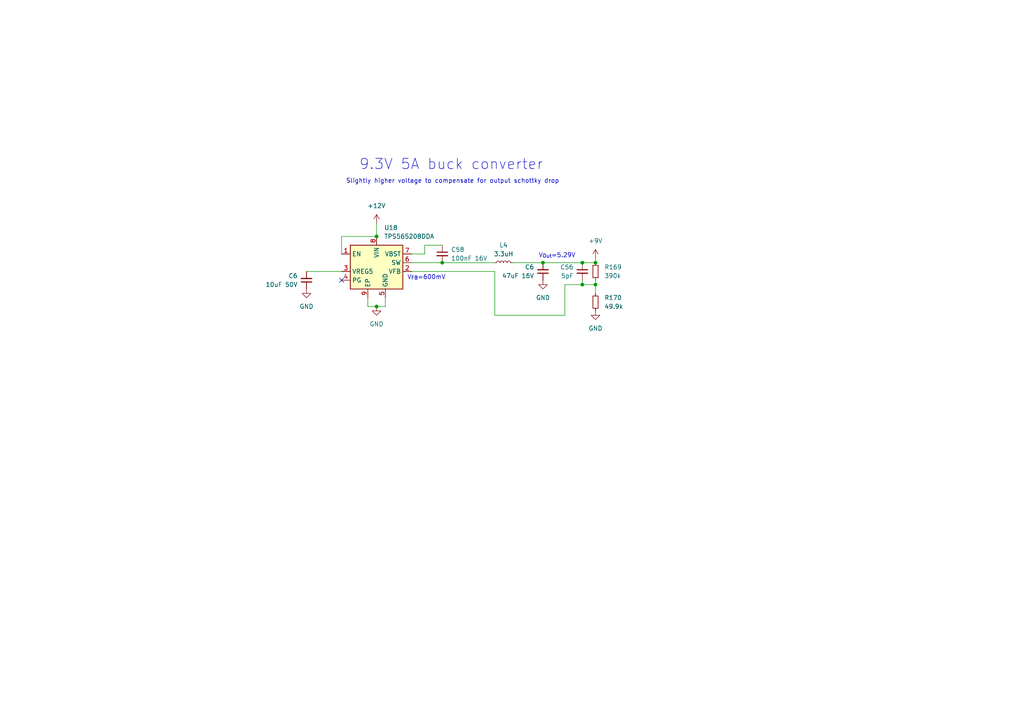
<source format=kicad_sch>
(kicad_sch (version 20230121) (generator eeschema)
  (paper "A4")
  (lib_symbols
    (symbol "Device:C_Small" (pin_numbers hide) (pin_names (offset 0.254) hide)
      (property "Reference" "C" (at 0.254 1.778 0))
      (property "Value" "C_Small" (at 0.254 -2.032 0))
      (symbol "C_Small_0_1"
        (polyline (pts (xy -1.524 -0.508) (xy 1.524 -0.508)) (stroke (width 0.3302)))
        (polyline (pts (xy -1.524 0.508) (xy 1.524 0.508)) (stroke (width 0.3048)))
      )
      (symbol "C_Small_1_1"
        (pin passive line (at 0 2.54 270) (length 2.032) (name "~") (number "1"))
        (pin passive line (at 0 -2.54 90) (length 2.032) (name "~") (number "2"))
      )
    )
    (symbol "Device:L_Small" (pin_numbers hide) (pin_names (offset 0.254) hide)
      (property "Reference" "L" (at 0.762 1.016 0))
      (property "Value" "L_Small" (at 0.762 -1.016 0))
      (symbol "L_Small_0_1"
        (arc (start 0 -2.032) (mid 0.5058 -1.524) (end 0 -1.016))
        (arc (start 0 -1.016) (mid 0.5058 -0.508) (end 0 0))
        (arc (start 0 0) (mid 0.5058 0.508) (end 0 1.016))
        (arc (start 0 1.016) (mid 0.5058 1.524) (end 0 2.032))
      )
      (symbol "L_Small_1_1"
        (pin passive line (at 0 2.54 270) (length 0.508) (name "~") (number "1"))
        (pin passive line (at 0 -2.54 90) (length 0.508) (name "~") (number "2"))
      )
    )
    (symbol "Device:R_Small" (pin_numbers hide) (pin_names (offset 0.254) hide)
      (property "Reference" "R" (at 0.762 0.508 0))
      (property "Value" "R_Small" (at 0.762 -1.016 0))
      (symbol "R_Small_0_1"
        (rectangle (start -0.762 1.778) (end 0.762 -1.778) (stroke (width 0.2032)))
      )
      (symbol "R_Small_1_1"
        (pin passive line (at 0 2.54 270) (length 0.762) (name "~") (number "1"))
        (pin passive line (at 0 -2.54 90) (length 0.762) (name "~") (number "2"))
      )
    )
    (symbol "Uli-RegSw:TPS565208DDA"
      (property "Reference" "U" (at -7.62 6.35 0))
      (property "Value" "TPS565208DDA" (at 2.54 6.35 0))
      (symbol "TPS565208DDA_0_1"
        (rectangle (start -7.62 5.08) (end 7.62 -7.62) (stroke (width 0.254)) (fill (type background)))
      )
      (symbol "TPS565208DDA_1_0"
        (pin output line (at -10.16 -2.54 0) (length 2.54) (name "VREG5") (number "3"))
        (pin open_collector line (at -10.16 -5.08 0) (length 2.54) (name "PG") (number "4"))
        (pin power_in line (at -2.54 -10.16 90) (length 2.54) (name "EP") (number "9"))
      )
      (symbol "TPS565208DDA_1_1"
        (pin input line (at -10.16 2.54 0) (length 2.54) (name "EN") (number "1"))
        (pin input line (at 10.16 -2.54 180) (length 2.54) (name "VFB") (number "2"))
        (pin power_in line (at 2.54 -10.16 90) (length 2.54) (name "GND") (number "5"))
        (pin output line (at 10.16 0 180) (length 2.54) (name "SW") (number "6"))
        (pin passive line (at 10.16 2.54 180) (length 2.54) (name "VBST") (number "7"))
        (pin power_in line (at 0 7.62 270) (length 2.54) (name "VIN") (number "8"))
      )
    )
    (symbol "power:+12V" (power) (pin_names (offset 0))
      (property "Value" "+12V" (at 0 3.556 0))
      (symbol "+12V_0_1"
        (polyline (pts (xy -0.762 1.27) (xy 0 2.54)))
        (polyline (pts (xy 0 0) (xy 0 2.54)))
        (polyline (pts (xy 0 2.54) (xy 0.762 1.27)))
      )
      (symbol "+12V_1_1"
        (pin power_in line (at 0 0 90) (length 0) hide (name "+12V") (number "1"))
      )
    )
    (symbol "power:+9V" (power) (pin_names (offset 0))
      (property "Value" "+9V" (at 0 3.556 0))
      (symbol "+9V_0_1"
        (polyline (pts (xy -0.762 1.27) (xy 0 2.54)))
        (polyline (pts (xy 0 0) (xy 0 2.54)))
        (polyline (pts (xy 0 2.54) (xy 0.762 1.27)))
      )
      (symbol "+9V_1_1"
        (pin power_in line (at 0 0 90) (length 0) hide (name "+9V") (number "1"))
      )
    )
    (symbol "power:GND" (power) (pin_names (offset 0))
      (property "Value" "GND" (at 0 -3.81 0))
      (symbol "GND_0_1"
        (polyline (pts (xy 0 0) (xy 0 -1.27) (xy 1.27 -1.27) (xy 0 -2.54) (xy -1.27 -1.27) (xy 0 -1.27)))
      )
      (symbol "GND_1_1"
        (pin power_in line (at 0 0 270) (length 0) hide (name "GND") (number "1"))
      )
    )
  )
  (junction (at 157.48 76.2))
  (junction (at 109.22 68.58))
  (junction (at 172.72 82.55))
  (junction (at 172.72 76.2))
  (junction (at 109.22 88.9))
  (junction (at 128.27 76.2))
  (junction (at 168.91 82.55))
  (junction (at 168.91 76.2))
  (no_connect (at 99.06 81.28))
  (wire (pts (xy 106.68 86.36) (xy 106.68 88.9)))
  (wire (pts (xy 172.72 74.93) (xy 172.72 76.2)))
  (wire (pts (xy 99.06 73.66) (xy 99.06 68.58)))
  (wire (pts (xy 111.76 88.9) (xy 109.22 88.9)))
  (wire (pts (xy 111.76 86.36) (xy 111.76 88.9)))
  (wire (pts (xy 123.19 73.66) (xy 123.19 71.12)))
  (wire (pts (xy 143.51 91.44) (xy 143.51 78.74)))
  (wire (pts (xy 123.19 71.12) (xy 128.27 71.12)))
  (wire (pts (xy 163.83 91.44) (xy 143.51 91.44)))
  (wire (pts (xy 143.51 78.74) (xy 119.38 78.74)))
  (wire (pts (xy 168.91 76.2) (xy 172.72 76.2)))
  (wire (pts (xy 168.91 81.28) (xy 168.91 82.55)))
  (wire (pts (xy 172.72 82.55) (xy 172.72 85.09)))
  (wire (pts (xy 148.59 76.2) (xy 157.48 76.2)))
  (wire (pts (xy 106.68 88.9) (xy 109.22 88.9)))
  (wire (pts (xy 157.48 76.2) (xy 168.91 76.2)))
  (wire (pts (xy 109.22 64.77) (xy 109.22 68.58)))
  (wire (pts (xy 163.83 82.55) (xy 163.83 91.44)))
  (wire (pts (xy 172.72 82.55) (xy 168.91 82.55)))
  (wire (pts (xy 172.72 81.28) (xy 172.72 82.55)))
  (wire (pts (xy 128.27 76.2) (xy 143.51 76.2)))
  (wire (pts (xy 119.38 76.2) (xy 128.27 76.2)))
  (wire (pts (xy 168.91 82.55) (xy 163.83 82.55)))
  (wire (pts (xy 99.06 68.58) (xy 109.22 68.58)))
  (wire (pts (xy 119.38 73.66) (xy 123.19 73.66)))
  (wire (pts (xy 88.9 78.74) (xy 99.06 78.74)))
  (text "Slightly higher voltage to compensate for output schottky drop" (at 100.33 53.34 0) (effects (font (size 1.27 1.27)) (justify left bottom)))
  (text "V_{FB}=600mV" (at 118.11 81.28 0) (effects (font (size 1.27 1.27)) (justify left bottom)))
  (text "9.3V 5A buck converter" (at 104.14 49.53 0) (effects (font (size 3 3)) (justify left bottom)))
  (text "V_{Out}=5.29V" (at 156.21 74.93 0) (effects (font (size 1.27 1.27)) (justify left bottom)))
  (symbol (lib_id "Device:L_Small") (at 146.05 76.2 90) (unit 1)
    (property "Reference" "L4" (at 146.05 71.12 90))
    (property "Value" "3.3uH" (at 146.05 73.66 90))
    (property "Footprint" "Inductor_SMD:L_Bourns_SRP7028A_7.3x6.6mm" (effects hide))
    (property "MPN" "MDA7030-3R3M" (effects hide))
    (property "LCSC Part#" "C2847482" (effects hide))
    (instances (project "OpenPowerDistribution" (path "" (reference "L4") (unit 1)) (path "" (reference "L3") (unit 1))))
  )
  (symbol (lib_id "power:+9V") (at 172.72 74.93 0) (unit 1)
    (property "Reference" "#PWR0164" (effects hide))
    (property "Value" "+9V" (at 172.72 69.85 0))
  )
  (symbol (lib_id "power:GND") (at 157.48 81.28 0) (unit 1)
    (property "Reference" "#PWR0163" (effects hide))
    (property "Value" "GND" (at 157.48 86.36 0))
    (instances (project "OpenPowerDistribution" (path "" (reference "#PWR0163") (unit 1)) (path "" (reference "#PWR0157") (unit 1))))
  )
  (symbol (lib_id "power:+12V") (at 109.22 64.77 0) (unit 1)
    (property "Reference" "#PWR0161" (effects hide))
    (property "Value" "+12V" (at 109.22 59.69 0))
    (instances (project "OpenPowerDistribution" (path "" (reference "#PWR0161") (unit 1)) (path "" (reference "#PWR0155") (unit 1))))
  )
  (symbol (lib_id "Device:C_Small") (at 128.27 73.66 0) (unit 1)
    (property "Reference" "C58" (at 130.81 72.3963 0) (effects (justify left)))
    (property "Value" "100nF 16V" (at 130.81 74.9363 0) (effects (justify left)))
    (property "Footprint" "Capacitor_SMD:C_0603_1608Metric" (effects hide))
    (instances (project "OpenPowerDistribution" (path "" (reference "C58") (unit 1)) (path "" (reference "C54") (unit 1))))
  )
  (symbol (lib_id "Device:C_Small") (at 157.48 78.74 0) (mirror x) (unit 1)
    (property "Reference" "C6" (at 154.94 77.4636 0) (effects (justify right)))
    (property "Value" "47uF 16V" (at 154.94 80.0036 0) (effects (justify right)))
    (property "Footprint" "Capacitor_SMD:C_1210_3225Metric" (effects hide))
    (property "MPN" "CS3225X5R476K160NRL" (effects hide))
    (property "LCSC Part#" "C2918513" (effects hide))
    (instances (project "OpenPowerDistribution" (path "" (reference "C6") (unit 1)) (path "" (reference "C59") (unit 1)) (path "" (reference "C55") (unit 1))))
  )
  (symbol (lib_id "Device:C_Small") (at 88.9 81.28 0) (mirror x) (unit 1)
    (property "Reference" "C6" (at 86.36 80.0036 0) (effects (justify right)))
    (property "Value" "10uF 50V" (at 86.36 82.5436 0) (effects (justify right)))
    (property "Footprint" "Capacitor_SMD:C_1206_3216Metric" (effects hide))
    (property "MPN" "CL31A106KBHNNNE" (effects hide))
    (property "LCSC Part#" "C13585" (effects hide))
    (instances (project "OpenPowerDistribution" (path "" (reference "C6") (unit 1)) (path "" (reference "C4") (unit 1)) (path "" (reference "C53") (unit 1))))
  )
  (symbol (lib_id "Uli-RegSw:TPS565208DDA") (at 109.22 76.2 0) (unit 1)
    (property "Reference" "U18" (at 111.4141 66.04 0) (effects (justify left)))
    (property "Value" "TPS565208DDA" (at 111.4141 68.58 0) (effects (justify left)))
    (property "Footprint" "Package_SO:Texas_HSOP-8-1EP_3.9x4.9mm_P1.27mm" (effects hide))
    (property "Datasheet" "https://www.ti.com/lit/ds/symlink/tps56528.pdf" (effects hide))
    (instances (project "OpenPowerDistribution" (path "" (reference "U18") (unit 1)) (path "" (reference "U17") (unit 1))))
  )
  (symbol (lib_id "power:GND") (at 172.72 90.17 0) (unit 1)
    (property "Reference" "#PWR0165" (effects hide))
    (property "Value" "GND" (at 172.72 95.25 0))
    (instances (project "OpenPowerDistribution" (path "" (reference "#PWR0165") (unit 1)) (path "" (reference "#PWR0159") (unit 1))))
  )
  (symbol (lib_id "power:GND") (at 88.9 83.82 0) (unit 1)
    (property "Reference" "#PWR0160" (effects hide))
    (property "Value" "GND" (at 88.9 88.9 0))
    (instances (project "OpenPowerDistribution" (path "" (reference "#PWR0160") (unit 1)) (path "" (reference "#PWR0154") (unit 1))))
  )
  (symbol (lib_id "power:GND") (at 109.22 88.9 0) (unit 1)
    (property "Reference" "#PWR0162" (effects hide))
    (property "Value" "GND" (at 109.22 93.98 0))
    (instances (project "OpenPowerDistribution" (path "" (reference "#PWR0162") (unit 1)) (path "" (reference "#PWR0156") (unit 1))))
  )
  (symbol (lib_id "Device:R_Small") (at 172.72 87.63 0) (unit 1)
    (property "Reference" "R170" (at 175.26 86.36 0) (effects (justify left)))
    (property "Value" "49.9k" (at 175.26 88.9 0) (effects (justify left)))
    (property "Footprint" "Resistor_SMD:R_0603_1608Metric" (effects hide))
    (instances (project "OpenPowerDistribution" (path "" (reference "R170") (unit 1)) (path "" (reference "R168") (unit 1))))
  )
  (symbol (lib_id "Device:R_Small") (at 172.72 78.74 0) (unit 1)
    (property "Reference" "R169" (at 175.26 77.47 0) (effects (justify left)))
    (property "Value" "390k" (at 175.26 80.01 0) (effects (justify left)))
    (property "Footprint" "Resistor_SMD:R_0603_1608Metric" (effects hide))
    (instances (project "OpenPowerDistribution" (path "" (reference "R169") (unit 1)) (path "" (reference "R167") (unit 1))))
  )
  (symbol (lib_id "Device:C_Small") (at 168.91 78.74 0) (unit 1)
    (property "Reference" "C56" (at 166.37 77.4763 0) (effects (justify right)))
    (property "Value" "5pF" (at 166.37 80.0163 0) (effects (justify right)))
    (instances (project "OpenPowerDistribution" (path "" (reference "C56") (unit 1)) (path "" (reference "C60") (unit 1))))
  )
)
</source>
